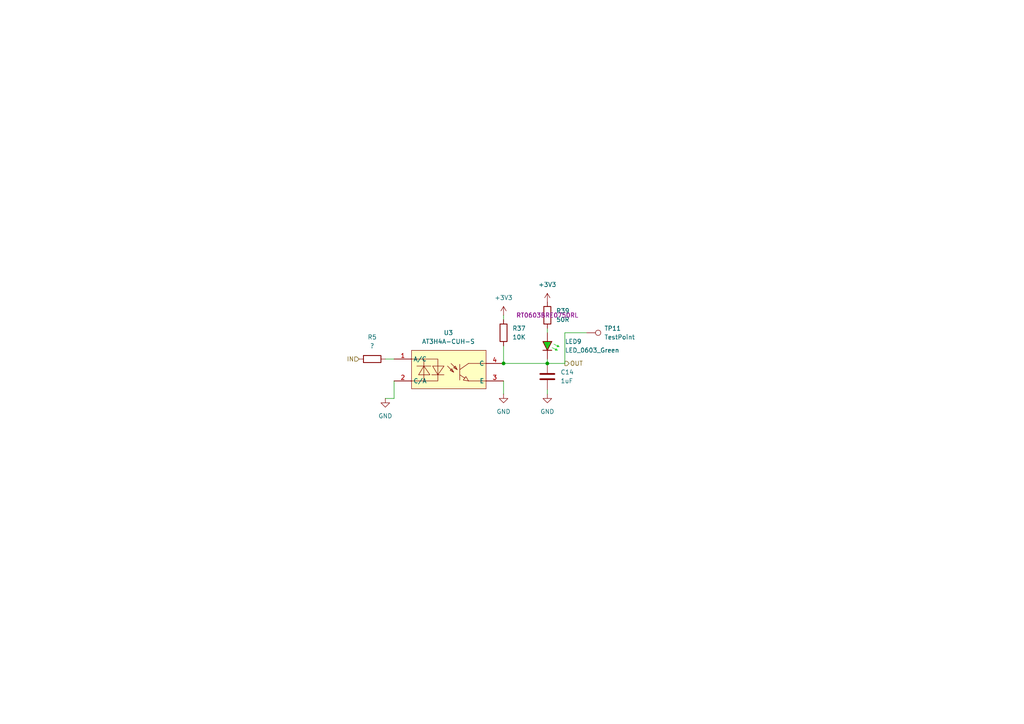
<source format=kicad_sch>
(kicad_sch (version 20250114) (generator "eeschema") (generator_version "9.0")
  (paper "A4")
  (lib_symbols
    (symbol "Connector:TestPoint" (pin_numbers (hide yes)) (pin_names (offset 0.762) (hide yes))
      (property "Reference" "TP" (at 0 6.858 0))
      (property "Value" "TestPoint" (at 0 5.08 0))
      (symbol "TestPoint_0_1"
        (circle (center 0 3.302) (radius 0.762))
      )
      (symbol "TestPoint_1_1"
        (pin passive line (at 0 0 90) (length 2.54) (name "1") (number "1"))
      )
    )
    (symbol "PCM_Capacitor_AKL:C_0603" (pin_numbers (hide yes)) (pin_names (offset 0.254))
      (property "Reference" "C" (at 0.635 2.54 0))
      (property "Value" "C_0603" (at 0.635 -2.54 0))
      (symbol "C_0603_0_1"
        (polyline (pts (xy -2.032 0.762) (xy 2.032 0.762)) (stroke (width 0.508)))
        (polyline (pts (xy -2.032 -0.762) (xy 2.032 -0.762)) (stroke (width 0.508)))
      )
      (symbol "C_0603_0_2"
        (polyline (pts (xy -2.54 -2.54) (xy -0.381 -0.381)))
        (polyline (pts (xy -0.508 -0.508) (xy -1.651 0.635)) (stroke (width 0.508)))
        (polyline (pts (xy -0.508 -0.508) (xy 0.635 -1.651)) (stroke (width 0.508)))
        (polyline (pts (xy 0.381 0.381) (xy 2.54 2.54)))
        (polyline (pts (xy 0.508 0.508) (xy -0.635 1.651)) (stroke (width 0.508)))
        (polyline (pts (xy 0.508 0.508) (xy 1.651 -0.635)) (stroke (width 0.508)))
      )
      (symbol "C_0603_1_1"
        (pin passive line (at 0 3.81 270) (length 2.794) (name "~") (number "1"))
        (pin passive line (at 0 -3.81 90) (length 2.794) (name "~") (number "2"))
      )
      (symbol "C_0603_1_2"
        (pin passive line (at -2.54 -2.54 90) (length 0) (name "~") (number "2"))
        (pin passive line (at 2.54 2.54 270) (length 0) (name "~") (number "1"))
      )
    )
    (symbol "PCM_LED_AKL:LED_0603_Green" (pin_numbers (hide yes)) (pin_names (offset 1.016) (hide yes))
      (property "Reference" "LED" (at 0 7.62 0))
      (property "Value" "LED_0603_Green" (at 0 5.08 0))
      (symbol "LED_0603_Green_0_1"
        (polyline (pts (xy -1.27 1.27) (xy -1.27 -1.27) (xy 1.27 0) (xy -1.27 1.27)) (stroke (width 0.254)) (fill (type color) (color 30 200 30 1)))
        (polyline (pts (xy -0.508 1.905) (xy 0.254 3.429)) (stroke (width 0.1524) (color 30 200 30 1)))
        (polyline (pts (xy 0.254 2.794) (xy -0.254 3.048) (xy 0.254 3.429) (xy 0.254 2.794)) (stroke (width 0) (color 30 200 30 1)) (fill (type outline)))
        (polyline (pts (xy 0.508 1.397) (xy 1.27 2.921)) (stroke (width 0.1524) (color 30 200 30 1)))
        (polyline (pts (xy 1.27 2.286) (xy 0.762 2.54) (xy 1.27 2.921) (xy 1.27 2.286)) (stroke (width 0.1524) (color 30 200 30 1)) (fill (type outline)))
        (polyline (pts (xy 1.27 1.27) (xy 1.27 -1.27)) (stroke (width 0.254)))
      )
      (symbol "LED_0603_Green_0_2"
        (polyline (pts (xy -2.54 -2.54) (xy -0.889 -0.889)))
        (polyline (pts (xy -1.651 0.889) (xy -2.159 2.413)) (stroke (width 0) (color 30 200 30 1)))
        (polyline (pts (xy -0.889 -0.889) (xy -1.778 0) (xy 0.889 0.889) (xy 0 -1.778) (xy -0.889 -0.889)) (stroke (width 0.254)) (fill (type color) (color 30 200 30 1)))
        (polyline (pts (xy -0.508 1.27) (xy -1.016 2.794)) (stroke (width 0) (color 30 200 30 1)))
        (polyline (pts (xy 0 1.778) (xy 1.778 0)) (stroke (width 0.254)))
        (polyline (pts (xy 0.889 0.889) (xy 2.54 2.54)))
      )
      (symbol "LED_0603_Green_1_1"
        (pin passive line (at -3.81 0 0) (length 2.54) (name "A") (number "2"))
        (pin passive line (at 3.81 0 180) (length 2.54) (name "K") (number "1"))
      )
      (symbol "LED_0603_Green_1_2"
        (polyline (pts (xy -2.159 2.413) (xy -2.286 1.778) (xy -1.6764 1.9812) (xy -2.159 2.413)) (stroke (width 0) (color 30 200 30 1)) (fill (type outline)))
        (polyline (pts (xy -1.016 2.794) (xy -1.143 2.159) (xy -0.5334 2.3622) (xy -1.016 2.794)) (stroke (width 0) (color 30 200 30 1)) (fill (type outline)))
        (pin passive line (at -2.54 -2.54 0) (length 0) (name "A") (number "2"))
        (pin passive line (at 2.54 2.54 180) (length 0) (name "K") (number "1"))
      )
    )
    (symbol "PCM_Resistor_AKL:R_0603" (pin_numbers (hide yes)) (pin_names (offset 0))
      (property "Reference" "R" (at 2.54 1.27 0))
      (property "Value" "R_0603" (at 2.54 -1.27 0))
      (symbol "R_0603_0_1"
        (rectangle (start -1.016 2.54) (end 1.016 -2.54) (stroke (width 0.254)))
      )
      (symbol "R_0603_0_2"
        (polyline (pts (xy -2.54 -2.54) (xy -1.524 -1.524)))
        (polyline (pts (xy 1.524 1.524) (xy 2.54 2.54)))
        (polyline (pts (xy 1.524 1.524) (xy 0.889 2.159) (xy -2.159 -0.889) (xy -0.889 -2.159) (xy 2.159 0.889) (xy 1.524 1.524)) (stroke (width 0.254)))
      )
      (symbol "R_0603_1_1"
        (pin passive line (at 0 3.81 270) (length 1.27) (name "~") (number "1"))
        (pin passive line (at 0 -3.81 90) (length 1.27) (name "~") (number "2"))
      )
      (symbol "R_0603_1_2"
        (pin passive line (at -2.54 -2.54 0) (length 0) (name "") (number "2"))
        (pin passive line (at 2.54 2.54 180) (length 0) (name "") (number "1"))
      )
    )
    (symbol "easyeda2kicad:AT3H4A-CUH-S"
      (property "Reference" "U" (at 0 8.89 0))
      (property "Value" "AT3H4A-CUH-S" (at 0 -7.62 0))
      (symbol "AT3H4A-CUH-S_0_1"
        (polyline (pts (xy -11.68 -2.54) (xy -7.87 -2.54) (xy -7.87 3.81) (xy -11.68 3.81)))
        (rectangle (start -11.43 6.35) (end 10.16 -4.83) (fill (type background)))
        (polyline (pts (xy -9.4 -0.76) (xy -7.87 1.78) (xy -6.1 -0.76) (xy -9.4 -0.76)) (fill (type background)))
        (polyline (pts (xy -7.87 3.81) (xy -3.81 3.81) (xy -3.81 -2.54) (xy -7.87 -2.54)))
        (polyline (pts (xy -5.84 1.78) (xy -9.91 1.78)))
        (polyline (pts (xy -5.33 1.78) (xy -3.81 -0.76) (xy -2.03 1.78) (xy -5.33 1.78)) (fill (type background)))
        (polyline (pts (xy -2.03 -0.76) (xy -5.59 -0.76)))
        (polyline (pts (xy -1.02 1.78) (xy 0.76 0)))
        (polyline (pts (xy 0 2.54) (xy 1.78 0.76)))
        (polyline (pts (xy 0.76 0) (xy -0.25 0.51) (xy 0.25 1.02) (xy 0.76 0)) (fill (type background)))
        (polyline (pts (xy 1.78 0.76) (xy 0.76 1.27) (xy 1.27 1.78) (xy 1.78 0.76)) (fill (type background)))
        (polyline (pts (xy 2.54 2.29) (xy 2.54 -2.29)))
        (polyline (pts (xy 2.54 -0.76) (xy 4.06 -1.78)))
        (polyline (pts (xy 5.08 2.54) (xy 2.54 0.76)))
        (polyline (pts (xy 5.08 -2.54) (xy 4.32 -1.27) (xy 3.56 -2.29) (xy 5.08 -2.54)) (fill (type background)))
        (polyline (pts (xy 9.14 2.54) (xy 5.08 2.54)))
        (polyline (pts (xy 9.14 2.54) (xy 10.16 2.54)))
        (polyline (pts (xy 9.14 -2.54) (xy 5.08 -2.54)))
        (polyline (pts (xy 9.14 -2.54) (xy 10.16 -2.54)))
        (pin unspecified line (at -16.51 3.81 0) (length 5.08) (name "A/C") (number "1"))
        (pin unspecified line (at -16.51 -2.54 0) (length 5.08) (name "C/A") (number "2"))
        (pin unspecified line (at 15.24 2.54 180) (length 5.08) (name "C") (number "4"))
        (pin unspecified line (at 15.24 -2.54 180) (length 5.08) (name "E") (number "3"))
      )
    )
    (symbol "power:+3V3" (power) (pin_numbers (hide yes)) (pin_names (offset 0) (hide yes))
      (property "Value" "+3V3" (at 0 3.556 0))
      (symbol "+3V3_0_1"
        (polyline (pts (xy -0.762 1.27) (xy 0 2.54)))
        (polyline (pts (xy 0 2.54) (xy 0.762 1.27)))
        (polyline (pts (xy 0 0) (xy 0 2.54)))
      )
      (symbol "+3V3_1_1"
        (pin power_in line (at 0 0 90) (length 0) (name "~") (number "1"))
      )
    )
    (symbol "power:GND" (power) (pin_numbers (hide yes)) (pin_names (offset 0) (hide yes))
      (property "Value" "GND" (at 0 -3.81 0))
      (symbol "GND_0_1"
        (polyline (pts (xy 0 0) (xy 0 -1.27) (xy 1.27 -1.27) (xy 0 -2.54) (xy -1.27 -1.27) (xy 0 -1.27)))
      )
      (symbol "GND_1_1"
        (pin power_in line (at 0 0 270) (length 0) (name "~") (number "1"))
      )
    )
  )
  (junction (at 146.05 105.41))
  (junction (at 158.75 105.41))
  (wire (pts (xy 158.75 114.3) (xy 158.75 113.03)))
  (wire (pts (xy 163.83 105.41) (xy 158.75 105.41)))
  (wire (pts (xy 158.75 104.14) (xy 158.75 105.41)))
  (wire (pts (xy 114.3 115.57) (xy 114.3 110.49)))
  (wire (pts (xy 158.75 95.25) (xy 158.75 96.52)))
  (wire (pts (xy 111.76 115.57) (xy 114.3 115.57)))
  (wire (pts (xy 146.05 114.3) (xy 146.05 110.49)))
  (wire (pts (xy 146.05 105.41) (xy 158.75 105.41)))
  (wire (pts (xy 163.83 96.52) (xy 163.83 105.41)))
  (wire (pts (xy 111.76 104.14) (xy 114.3 104.14)))
  (wire (pts (xy 163.83 96.52) (xy 170.18 96.52)))
  (wire (pts (xy 146.05 91.44) (xy 146.05 92.71)))
  (wire (pts (xy 146.05 100.33) (xy 146.05 105.41)))
  (hierarchical_label "OUT" (shape output) (at 163.83 105.41 0))
  (hierarchical_label "IN" (shape input) (at 104.14 104.14 180))
  (symbol (lib_id "power:GND") (at 146.05 114.3 0) (unit 1)
    (property "Reference" "#PWR056" (effects (hide yes)))
    (property "Value" "GND" (at 146.05 119.38 0))
    (property "Description" "Power symbol creates a global label with name \"GND\" , ground" (effects (hide yes)))
  )
  (symbol (lib_id "easyeda2kicad:AT3H4A-CUH-S") (at 130.81 107.95 0) (unit 1)
    (property "Reference" "U3" (at 130.05 96.52 0))
    (property "Value" "AT3H4A-CUH-S" (at 130.05 99.06 0))
    (property "Footprint" "easyeda2kicad:SSOP-4_L2.7-W4.6-P1.27-LS7.0-TL" (effects (hide yes)))
    (property "LCSC Part" "C20612634" (effects (hide yes)))
    (property "PART NUMBERT" "AT3H4A-CUH-S" (effects (hide yes)))
  )
  (symbol (lib_id "PCM_Resistor_AKL:R_0603") (at 107.95 104.14 270) (unit 1)
    (property "Reference" "R5" (at 107.95 97.79 90))
    (property "Value" "?" (at 107.95 100.33 90))
    (property "Footprint" "PCM_Resistor_SMD_AKL:R_1206_3216Metric_Pad1.30x1.75mm_HandSolder" (effects (hide yes)))
    (property "Description" "SMD 0603 Chip Resistor, European Symbol, Alternate KiCad Library" (effects (hide yes)))
    (property "PART NUMBERT" "CRCW12061K00FKEAHP" (effects (hide yes)))
  )
  (symbol (lib_id "PCM_Resistor_AKL:R_0603") (at 146.05 96.52 0) (unit 1)
    (property "Reference" "R37" (at 148.59 95.2499 0) (effects (justify left)))
    (property "Value" "10K" (at 148.59 97.7899 0) (effects (justify left)))
    (property "Footprint" "PCM_Resistor_SMD_AKL:R_0603_1608Metric" (effects (hide yes)))
    (property "Description" "SMD 0603 Chip Resistor, European Symbol, Alternate KiCad Library" (effects (hide yes)))
  )
  (symbol (lib_id "PCM_Capacitor_AKL:C_0603") (at 158.75 109.22 0) (unit 1)
    (property "Reference" "C14" (at 162.56 107.9499 0) (effects (justify left)))
    (property "Value" "1uF" (at 162.56 110.4899 0) (effects (justify left)))
    (property "Footprint" "PCM_Capacitor_SMD_AKL:C_0603_1608Metric" (effects (hide yes)))
    (property "Description" "SMD 0603 MLCC capacitor, Alternate KiCad Library" (effects (hide yes)))
    (property "PART NUMBERT" "CL10A105KB8NNNC" (effects (hide yes)))
  )
  (symbol (lib_id "power:+3V3") (at 158.75 87.63 0) (unit 1)
    (property "Reference" "#PWR059" (effects (hide yes)))
    (property "Value" "+3V3" (at 158.75 82.55 0))
    (property "Description" "Power symbol creates a global label with name \"+3V3\"" (effects (hide yes)))
  )
  (symbol (lib_id "power:GND") (at 158.75 114.3 0) (unit 1)
    (property "Reference" "#PWR060" (effects (hide yes)))
    (property "Value" "GND" (at 158.75 119.38 0))
    (property "Description" "Power symbol creates a global label with name \"GND\" , ground" (effects (hide yes)))
  )
  (symbol (lib_id "Connector:TestPoint") (at 170.18 96.52 270) (unit 1)
    (property "Reference" "TP11" (at 175.26 95.2499 90) (effects (justify left)))
    (property "Value" "TestPoint" (at 175.26 97.7899 90) (effects (justify left)))
    (property "Footprint" "TestPoint:TestPoint_THTPad_D1.0mm_Drill0.5mm" (effects (hide yes)))
    (property "Description" "test point" (effects (hide yes)))
  )
  (symbol (lib_id "power:+3V3") (at 146.05 91.44 0) (unit 1)
    (property "Reference" "#PWR055" (effects (hide yes)))
    (property "Value" "+3V3" (at 146.05 86.36 0))
    (property "Description" "Power symbol creates a global label with name \"+3V3\"" (effects (hide yes)))
  )
  (symbol (lib_id "power:GND") (at 111.76 115.57 0) (unit 1)
    (property "Reference" "#PWR053" (effects (hide yes)))
    (property "Value" "GND" (at 111.76 120.65 0))
    (property "Description" "Power symbol creates a global label with name \"GND\" , ground" (effects (hide yes)))
  )
  (symbol (lib_id "PCM_Resistor_AKL:R_0603") (at 158.75 91.44 0) (unit 1)
    (property "Reference" "R39" (at 161.29 90.1699 0) (effects (justify left)))
    (property "Value" "50R" (at 161.29 92.7099 0) (effects (justify left)))
    (property "Footprint" "PCM_Resistor_SMD_AKL:R_0603_1608Metric" (effects (hide yes)))
    (property "Description" "SMD 0603 Chip Resistor, European Symbol, Alternate KiCad Library" (effects (hide yes)))
    (property "PART NUMBERT" "RT0603BRE0750RL" (at 158.75 91.44 0))
  )
  (symbol (lib_id "PCM_LED_AKL:LED_0603_Green") (at 158.75 100.33 270) (unit 1)
    (property "Reference" "LED9" (at 163.83 99.0599 90) (effects (justify left)))
    (property "Value" "LED_0603_Green" (at 163.83 101.5999 90) (effects (justify left)))
    (property "Footprint" "PCM_LED_SMD_AKL:LED_0603_1608Metric" (effects (hide yes)))
    (property "Description" "Green SMD LED, 0603, Alternate KiCad Library" (effects (hide yes)))
    (property "PART NUMBERT" "XL-1608UOC-06" (effects (hide yes)))
  )
)
</source>
